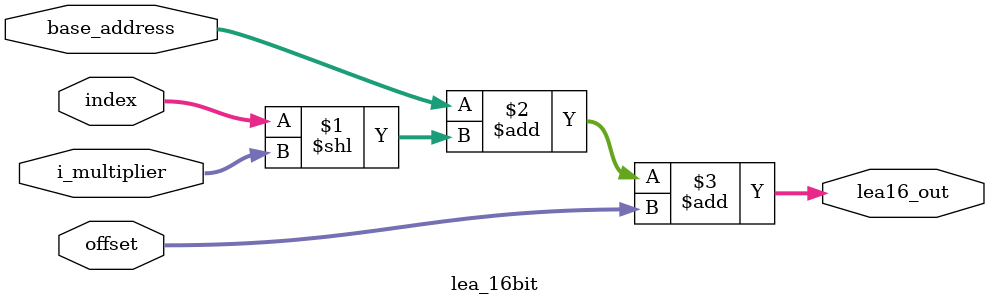
<source format=v>
`timescale 1ns / 1ps


module alu_16bit(
    input [7:0] alu16_in_a,
    input [7:0] alu16_in_a_w,
    input [7:0] alu16_in_b,
    input [7:0] alu16_in_b_w,
    input [3:0] alu16_sel, // Selector of ALU function
    input sub,
    output [7:0] alu16_out,
    output [7:0] alu16_out_w,
    output [7:0] flags_out // o, p, s, z, c flags
    );
    
    wire alu_in_a_full;
    wire alu_in_b_full;
    wire alu_out_full; // alu16_out and alu16_out_w concatenated
    
    wire add_out;
    wire sub_out;
    wire inc_out;
    wire dec_out;
    wire cmp_out;
    wire lea_out;
    
    assign alu_in_a_full = {alu16_in_a, alu16_in_a_w};
    assign alu_in_b_full = {alu16_in_b, alu16_in_b_w};
    
    add_16bit add16 (alu16_in_a, alu16_in_b, sub, add_out);
endmodule

module add_16bit(
    input [15:0] a,
    input [15:0] b,
    input sub,
    output [16:0] add16_extra,    // msb for carry out, 16-bit sum
    output [15:0] add16_out,
    output cout,
    output c, z, s, p   // flag values
    );
    
    assign add16_extra = sub ? a + (~b + 1) : a + b;
    assign add16_out = add16_extra[7:0];
    
    // Overflow flag
    assign o = (add16_out < a | add16_out < b) ? 1 : 0;
    // Parity flag, LSB or result
    assign p = add16_out[0];
    // Sign flag, MSB of result
    assign s = add16_out[15];
    // Zero flag, check if values equal
    assign z = (add16_out == 0) ? 1 : 0;
    // Carry flag
    assign c = add16_extra[16];
endmodule

// Increment
module inc_16bit(
    input [15:0] a,
    output [15:0] inc16_out
    );
    assign inc16_out = a + 1;
endmodule

// Decrement
module dec_16bit(
    input [15:0] a,
    output [15:0] dec16_out
    );
    assign dec16_out = a - 1;
endmodule

// Sets c, z, s, or p flags to a 0 or 1
module cmp_16bit(
    input [15:0] a,
    input [15:0] b,
    output [15:0] cmp16_out,
    output c, z, s, p   // flag values
    );

    assign cmp16_out = a - b;
    // Zero flag, check if values equal
    assign z = (cmp16_out == 0) ? 1 : 0;
    // Carry flag, unsigned greater than or less than (a > b = 1, a < b = 0)
    assign c = (a > b) ? 1 : 0;
    // Overflow flag, 
    assign o = (cmp16_out < a | cmp16_out < b) ? 1 : 0;
    // Sign flag, MSB of result
    assign s = (cmp16_out[15] == 1) ? 1 : 0;
    // Parity flag, LSB or result
    assign p = (cmp16_out % 2 == 0) ? 1 : 0;  
endmodule

module lea_16bit(
    input wire [15:0] base_address, // 16-bit LEA instruction
    input wire [15:0] index, // Base address (from register)
    input wire [3:0] i_multiplier, // Index Shift Multiplier
    input wire [7:0] offset, // Offset
    output wire [15:0] lea16_out // Computed effective address
    );

    // Compute effective address
    assign lea16_out = base_address + (index << i_multiplier) + offset; // Multiply offset by 4
endmodule
</source>
